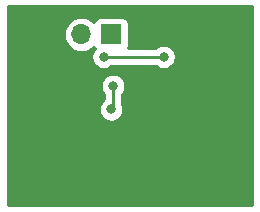
<source format=gbr>
G04 #@! TF.GenerationSoftware,KiCad,Pcbnew,(5.1.2)-2*
G04 #@! TF.CreationDate,2019-07-01T20:42:14+08:00*
G04 #@! TF.ProjectId,test,74657374-2e6b-4696-9361-645f70636258,a*
G04 #@! TF.SameCoordinates,Original*
G04 #@! TF.FileFunction,Copper,L2,Bot*
G04 #@! TF.FilePolarity,Positive*
%FSLAX46Y46*%
G04 Gerber Fmt 4.6, Leading zero omitted, Abs format (unit mm)*
G04 Created by KiCad (PCBNEW (5.1.2)-2) date 2019-07-01 20:42:14*
%MOMM*%
%LPD*%
G04 APERTURE LIST*
%ADD10R,1.700000X1.700000*%
%ADD11O,1.700000X1.700000*%
%ADD12C,0.800000*%
%ADD13C,0.250000*%
%ADD14C,0.254000*%
G04 APERTURE END LIST*
D10*
X149225000Y-100965000D03*
D11*
X146685000Y-100965000D03*
D12*
X148590000Y-102870000D03*
X153670000Y-102870000D03*
X149385089Y-105319784D03*
X149225000Y-107315000D03*
D13*
X148590000Y-102870000D02*
X153670000Y-102870000D01*
X149385089Y-105319784D02*
X149385089Y-107154911D01*
X149385089Y-107154911D02*
X149225000Y-107315000D01*
D14*
G36*
X161163000Y-115443000D02*
G01*
X140462000Y-115443000D01*
X140462000Y-107213061D01*
X148190000Y-107213061D01*
X148190000Y-107416939D01*
X148229774Y-107616898D01*
X148307795Y-107805256D01*
X148421063Y-107974774D01*
X148565226Y-108118937D01*
X148734744Y-108232205D01*
X148923102Y-108310226D01*
X149123061Y-108350000D01*
X149326939Y-108350000D01*
X149526898Y-108310226D01*
X149715256Y-108232205D01*
X149884774Y-108118937D01*
X150028937Y-107974774D01*
X150142205Y-107805256D01*
X150220226Y-107616898D01*
X150260000Y-107416939D01*
X150260000Y-107213061D01*
X150220226Y-107013102D01*
X150145089Y-106831707D01*
X150145089Y-106023495D01*
X150189026Y-105979558D01*
X150302294Y-105810040D01*
X150380315Y-105621682D01*
X150420089Y-105421723D01*
X150420089Y-105217845D01*
X150380315Y-105017886D01*
X150302294Y-104829528D01*
X150189026Y-104660010D01*
X150044863Y-104515847D01*
X149875345Y-104402579D01*
X149686987Y-104324558D01*
X149487028Y-104284784D01*
X149283150Y-104284784D01*
X149083191Y-104324558D01*
X148894833Y-104402579D01*
X148725315Y-104515847D01*
X148581152Y-104660010D01*
X148467884Y-104829528D01*
X148389863Y-105017886D01*
X148350089Y-105217845D01*
X148350089Y-105421723D01*
X148389863Y-105621682D01*
X148467884Y-105810040D01*
X148581152Y-105979558D01*
X148625089Y-106023495D01*
X148625090Y-106471064D01*
X148565226Y-106511063D01*
X148421063Y-106655226D01*
X148307795Y-106824744D01*
X148229774Y-107013102D01*
X148190000Y-107213061D01*
X140462000Y-107213061D01*
X140462000Y-100965000D01*
X145192815Y-100965000D01*
X145221487Y-101256111D01*
X145306401Y-101536034D01*
X145444294Y-101794014D01*
X145629866Y-102020134D01*
X145855986Y-102205706D01*
X146113966Y-102343599D01*
X146393889Y-102428513D01*
X146612050Y-102450000D01*
X146757950Y-102450000D01*
X146976111Y-102428513D01*
X147256034Y-102343599D01*
X147514014Y-102205706D01*
X147740134Y-102020134D01*
X147764607Y-101990313D01*
X147785498Y-102059180D01*
X147838309Y-102157980D01*
X147786063Y-102210226D01*
X147672795Y-102379744D01*
X147594774Y-102568102D01*
X147555000Y-102768061D01*
X147555000Y-102971939D01*
X147594774Y-103171898D01*
X147672795Y-103360256D01*
X147786063Y-103529774D01*
X147930226Y-103673937D01*
X148099744Y-103787205D01*
X148288102Y-103865226D01*
X148488061Y-103905000D01*
X148691939Y-103905000D01*
X148891898Y-103865226D01*
X149080256Y-103787205D01*
X149249774Y-103673937D01*
X149293711Y-103630000D01*
X152966289Y-103630000D01*
X153010226Y-103673937D01*
X153179744Y-103787205D01*
X153368102Y-103865226D01*
X153568061Y-103905000D01*
X153771939Y-103905000D01*
X153971898Y-103865226D01*
X154160256Y-103787205D01*
X154329774Y-103673937D01*
X154473937Y-103529774D01*
X154587205Y-103360256D01*
X154665226Y-103171898D01*
X154705000Y-102971939D01*
X154705000Y-102768061D01*
X154665226Y-102568102D01*
X154587205Y-102379744D01*
X154473937Y-102210226D01*
X154329774Y-102066063D01*
X154160256Y-101952795D01*
X153971898Y-101874774D01*
X153771939Y-101835000D01*
X153568061Y-101835000D01*
X153368102Y-101874774D01*
X153179744Y-101952795D01*
X153010226Y-102066063D01*
X152966289Y-102110000D01*
X150637338Y-102110000D01*
X150664502Y-102059180D01*
X150700812Y-101939482D01*
X150713072Y-101815000D01*
X150713072Y-100115000D01*
X150700812Y-99990518D01*
X150664502Y-99870820D01*
X150605537Y-99760506D01*
X150526185Y-99663815D01*
X150429494Y-99584463D01*
X150319180Y-99525498D01*
X150199482Y-99489188D01*
X150075000Y-99476928D01*
X148375000Y-99476928D01*
X148250518Y-99489188D01*
X148130820Y-99525498D01*
X148020506Y-99584463D01*
X147923815Y-99663815D01*
X147844463Y-99760506D01*
X147785498Y-99870820D01*
X147764607Y-99939687D01*
X147740134Y-99909866D01*
X147514014Y-99724294D01*
X147256034Y-99586401D01*
X146976111Y-99501487D01*
X146757950Y-99480000D01*
X146612050Y-99480000D01*
X146393889Y-99501487D01*
X146113966Y-99586401D01*
X145855986Y-99724294D01*
X145629866Y-99909866D01*
X145444294Y-100135986D01*
X145306401Y-100393966D01*
X145221487Y-100673889D01*
X145192815Y-100965000D01*
X140462000Y-100965000D01*
X140462000Y-98552000D01*
X161163000Y-98552000D01*
X161163000Y-115443000D01*
X161163000Y-115443000D01*
G37*
X161163000Y-115443000D02*
X140462000Y-115443000D01*
X140462000Y-107213061D01*
X148190000Y-107213061D01*
X148190000Y-107416939D01*
X148229774Y-107616898D01*
X148307795Y-107805256D01*
X148421063Y-107974774D01*
X148565226Y-108118937D01*
X148734744Y-108232205D01*
X148923102Y-108310226D01*
X149123061Y-108350000D01*
X149326939Y-108350000D01*
X149526898Y-108310226D01*
X149715256Y-108232205D01*
X149884774Y-108118937D01*
X150028937Y-107974774D01*
X150142205Y-107805256D01*
X150220226Y-107616898D01*
X150260000Y-107416939D01*
X150260000Y-107213061D01*
X150220226Y-107013102D01*
X150145089Y-106831707D01*
X150145089Y-106023495D01*
X150189026Y-105979558D01*
X150302294Y-105810040D01*
X150380315Y-105621682D01*
X150420089Y-105421723D01*
X150420089Y-105217845D01*
X150380315Y-105017886D01*
X150302294Y-104829528D01*
X150189026Y-104660010D01*
X150044863Y-104515847D01*
X149875345Y-104402579D01*
X149686987Y-104324558D01*
X149487028Y-104284784D01*
X149283150Y-104284784D01*
X149083191Y-104324558D01*
X148894833Y-104402579D01*
X148725315Y-104515847D01*
X148581152Y-104660010D01*
X148467884Y-104829528D01*
X148389863Y-105017886D01*
X148350089Y-105217845D01*
X148350089Y-105421723D01*
X148389863Y-105621682D01*
X148467884Y-105810040D01*
X148581152Y-105979558D01*
X148625089Y-106023495D01*
X148625090Y-106471064D01*
X148565226Y-106511063D01*
X148421063Y-106655226D01*
X148307795Y-106824744D01*
X148229774Y-107013102D01*
X148190000Y-107213061D01*
X140462000Y-107213061D01*
X140462000Y-100965000D01*
X145192815Y-100965000D01*
X145221487Y-101256111D01*
X145306401Y-101536034D01*
X145444294Y-101794014D01*
X145629866Y-102020134D01*
X145855986Y-102205706D01*
X146113966Y-102343599D01*
X146393889Y-102428513D01*
X146612050Y-102450000D01*
X146757950Y-102450000D01*
X146976111Y-102428513D01*
X147256034Y-102343599D01*
X147514014Y-102205706D01*
X147740134Y-102020134D01*
X147764607Y-101990313D01*
X147785498Y-102059180D01*
X147838309Y-102157980D01*
X147786063Y-102210226D01*
X147672795Y-102379744D01*
X147594774Y-102568102D01*
X147555000Y-102768061D01*
X147555000Y-102971939D01*
X147594774Y-103171898D01*
X147672795Y-103360256D01*
X147786063Y-103529774D01*
X147930226Y-103673937D01*
X148099744Y-103787205D01*
X148288102Y-103865226D01*
X148488061Y-103905000D01*
X148691939Y-103905000D01*
X148891898Y-103865226D01*
X149080256Y-103787205D01*
X149249774Y-103673937D01*
X149293711Y-103630000D01*
X152966289Y-103630000D01*
X153010226Y-103673937D01*
X153179744Y-103787205D01*
X153368102Y-103865226D01*
X153568061Y-103905000D01*
X153771939Y-103905000D01*
X153971898Y-103865226D01*
X154160256Y-103787205D01*
X154329774Y-103673937D01*
X154473937Y-103529774D01*
X154587205Y-103360256D01*
X154665226Y-103171898D01*
X154705000Y-102971939D01*
X154705000Y-102768061D01*
X154665226Y-102568102D01*
X154587205Y-102379744D01*
X154473937Y-102210226D01*
X154329774Y-102066063D01*
X154160256Y-101952795D01*
X153971898Y-101874774D01*
X153771939Y-101835000D01*
X153568061Y-101835000D01*
X153368102Y-101874774D01*
X153179744Y-101952795D01*
X153010226Y-102066063D01*
X152966289Y-102110000D01*
X150637338Y-102110000D01*
X150664502Y-102059180D01*
X150700812Y-101939482D01*
X150713072Y-101815000D01*
X150713072Y-100115000D01*
X150700812Y-99990518D01*
X150664502Y-99870820D01*
X150605537Y-99760506D01*
X150526185Y-99663815D01*
X150429494Y-99584463D01*
X150319180Y-99525498D01*
X150199482Y-99489188D01*
X150075000Y-99476928D01*
X148375000Y-99476928D01*
X148250518Y-99489188D01*
X148130820Y-99525498D01*
X148020506Y-99584463D01*
X147923815Y-99663815D01*
X147844463Y-99760506D01*
X147785498Y-99870820D01*
X147764607Y-99939687D01*
X147740134Y-99909866D01*
X147514014Y-99724294D01*
X147256034Y-99586401D01*
X146976111Y-99501487D01*
X146757950Y-99480000D01*
X146612050Y-99480000D01*
X146393889Y-99501487D01*
X146113966Y-99586401D01*
X145855986Y-99724294D01*
X145629866Y-99909866D01*
X145444294Y-100135986D01*
X145306401Y-100393966D01*
X145221487Y-100673889D01*
X145192815Y-100965000D01*
X140462000Y-100965000D01*
X140462000Y-98552000D01*
X161163000Y-98552000D01*
X161163000Y-115443000D01*
M02*

</source>
